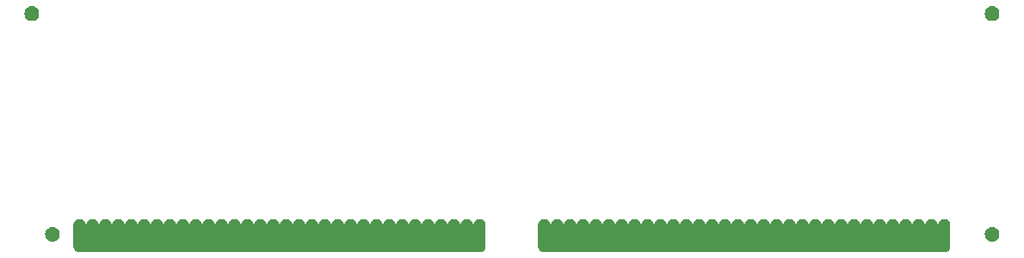
<source format=gbs>
G04 #@! TF.GenerationSoftware,KiCad,Pcbnew,7.0.10*
G04 #@! TF.CreationDate,2024-05-18T05:47:17-04:00*
G04 #@! TF.ProjectId,MacIIROMSIMM,4d616349-4952-44f4-9d53-494d4d2e6b69,1.0*
G04 #@! TF.SameCoordinates,Original*
G04 #@! TF.FileFunction,Soldermask,Bot*
G04 #@! TF.FilePolarity,Negative*
%FSLAX46Y46*%
G04 Gerber Fmt 4.6, Leading zero omitted, Abs format (unit mm)*
G04 Created by KiCad (PCBNEW 7.0.10) date 2024-05-18 05:47:17*
%MOMM*%
%LPD*%
G01*
G04 APERTURE LIST*
G04 APERTURE END LIST*
G36*
X78313629Y-124523234D02*
G01*
X78320243Y-124525700D01*
X78325007Y-124526273D01*
X78381387Y-124548506D01*
X78444720Y-124572128D01*
X78448540Y-124574987D01*
X78449829Y-124575496D01*
X78496789Y-124611107D01*
X78556725Y-124655975D01*
X78601611Y-124715935D01*
X78637203Y-124762870D01*
X78637711Y-124764158D01*
X78640572Y-124767980D01*
X78664200Y-124831330D01*
X78686426Y-124887691D01*
X78686998Y-124892454D01*
X78689466Y-124899071D01*
X78691738Y-124920205D01*
X78718561Y-124944000D01*
X78761439Y-124944000D01*
X78788261Y-124920205D01*
X78790534Y-124899071D01*
X78793000Y-124892457D01*
X78793573Y-124887691D01*
X78815817Y-124831283D01*
X78839428Y-124767980D01*
X78842286Y-124764161D01*
X78842796Y-124762870D01*
X78878465Y-124715832D01*
X78923275Y-124655975D01*
X78983132Y-124611165D01*
X79030170Y-124575496D01*
X79031461Y-124574986D01*
X79035280Y-124572128D01*
X79098594Y-124548513D01*
X79154992Y-124526273D01*
X79159757Y-124525700D01*
X79166371Y-124523234D01*
X79270860Y-124512000D01*
X79479140Y-124512000D01*
X79583629Y-124523234D01*
X79590243Y-124525700D01*
X79595007Y-124526273D01*
X79651387Y-124548506D01*
X79714720Y-124572128D01*
X79718540Y-124574987D01*
X79719829Y-124575496D01*
X79766789Y-124611107D01*
X79826725Y-124655975D01*
X79871611Y-124715935D01*
X79907203Y-124762870D01*
X79907711Y-124764158D01*
X79910572Y-124767980D01*
X79934200Y-124831330D01*
X79956426Y-124887691D01*
X79956998Y-124892454D01*
X79959466Y-124899071D01*
X79961738Y-124920205D01*
X79988561Y-124944000D01*
X80031439Y-124944000D01*
X80058261Y-124920205D01*
X80060534Y-124899071D01*
X80063000Y-124892457D01*
X80063573Y-124887691D01*
X80085817Y-124831283D01*
X80109428Y-124767980D01*
X80112286Y-124764161D01*
X80112796Y-124762870D01*
X80148465Y-124715832D01*
X80193275Y-124655975D01*
X80253132Y-124611165D01*
X80300170Y-124575496D01*
X80301461Y-124574986D01*
X80305280Y-124572128D01*
X80368594Y-124548513D01*
X80424992Y-124526273D01*
X80429757Y-124525700D01*
X80436371Y-124523234D01*
X80540860Y-124512000D01*
X80749140Y-124512000D01*
X80853629Y-124523234D01*
X80860243Y-124525700D01*
X80865007Y-124526273D01*
X80921387Y-124548506D01*
X80984720Y-124572128D01*
X80988540Y-124574987D01*
X80989829Y-124575496D01*
X81036789Y-124611107D01*
X81096725Y-124655975D01*
X81141611Y-124715935D01*
X81177203Y-124762870D01*
X81177711Y-124764158D01*
X81180572Y-124767980D01*
X81204200Y-124831330D01*
X81226426Y-124887691D01*
X81226998Y-124892454D01*
X81229466Y-124899071D01*
X81231738Y-124920205D01*
X81258561Y-124944000D01*
X81301439Y-124944000D01*
X81328261Y-124920205D01*
X81330534Y-124899071D01*
X81333000Y-124892457D01*
X81333573Y-124887691D01*
X81355817Y-124831283D01*
X81379428Y-124767980D01*
X81382286Y-124764161D01*
X81382796Y-124762870D01*
X81418465Y-124715832D01*
X81463275Y-124655975D01*
X81523132Y-124611165D01*
X81570170Y-124575496D01*
X81571461Y-124574986D01*
X81575280Y-124572128D01*
X81638594Y-124548513D01*
X81694992Y-124526273D01*
X81699757Y-124525700D01*
X81706371Y-124523234D01*
X81810860Y-124512000D01*
X82019140Y-124512000D01*
X82123629Y-124523234D01*
X82130243Y-124525700D01*
X82135007Y-124526273D01*
X82191387Y-124548506D01*
X82254720Y-124572128D01*
X82258540Y-124574987D01*
X82259829Y-124575496D01*
X82306789Y-124611107D01*
X82366725Y-124655975D01*
X82411611Y-124715935D01*
X82447203Y-124762870D01*
X82447711Y-124764158D01*
X82450572Y-124767980D01*
X82474200Y-124831330D01*
X82496426Y-124887691D01*
X82496998Y-124892454D01*
X82499466Y-124899071D01*
X82501738Y-124920205D01*
X82528561Y-124944000D01*
X82571439Y-124944000D01*
X82598261Y-124920205D01*
X82600534Y-124899071D01*
X82603000Y-124892457D01*
X82603573Y-124887691D01*
X82625817Y-124831283D01*
X82649428Y-124767980D01*
X82652286Y-124764161D01*
X82652796Y-124762870D01*
X82688465Y-124715832D01*
X82733275Y-124655975D01*
X82793132Y-124611165D01*
X82840170Y-124575496D01*
X82841461Y-124574986D01*
X82845280Y-124572128D01*
X82908594Y-124548513D01*
X82964992Y-124526273D01*
X82969757Y-124525700D01*
X82976371Y-124523234D01*
X83080860Y-124512000D01*
X83289140Y-124512000D01*
X83393629Y-124523234D01*
X83400243Y-124525700D01*
X83405007Y-124526273D01*
X83461387Y-124548506D01*
X83524720Y-124572128D01*
X83528540Y-124574987D01*
X83529829Y-124575496D01*
X83576789Y-124611107D01*
X83636725Y-124655975D01*
X83681611Y-124715935D01*
X83717203Y-124762870D01*
X83717711Y-124764158D01*
X83720572Y-124767980D01*
X83744200Y-124831330D01*
X83766426Y-124887691D01*
X83766998Y-124892454D01*
X83769466Y-124899071D01*
X83771738Y-124920205D01*
X83798561Y-124944000D01*
X83841439Y-124944000D01*
X83868261Y-124920205D01*
X83870534Y-124899071D01*
X83873000Y-124892457D01*
X83873573Y-124887691D01*
X83895817Y-124831283D01*
X83919428Y-124767980D01*
X83922286Y-124764161D01*
X83922796Y-124762870D01*
X83958465Y-124715832D01*
X84003275Y-124655975D01*
X84063132Y-124611165D01*
X84110170Y-124575496D01*
X84111461Y-124574986D01*
X84115280Y-124572128D01*
X84178594Y-124548513D01*
X84234992Y-124526273D01*
X84239757Y-124525700D01*
X84246371Y-124523234D01*
X84350860Y-124512000D01*
X84559140Y-124512000D01*
X84663629Y-124523234D01*
X84670243Y-124525700D01*
X84675007Y-124526273D01*
X84731387Y-124548506D01*
X84794720Y-124572128D01*
X84798540Y-124574987D01*
X84799829Y-124575496D01*
X84846789Y-124611107D01*
X84906725Y-124655975D01*
X84951611Y-124715935D01*
X84987203Y-124762870D01*
X84987711Y-124764158D01*
X84990572Y-124767980D01*
X85014200Y-124831330D01*
X85036426Y-124887691D01*
X85036998Y-124892454D01*
X85039466Y-124899071D01*
X85041738Y-124920205D01*
X85068561Y-124944000D01*
X85111439Y-124944000D01*
X85138261Y-124920205D01*
X85140534Y-124899071D01*
X85143000Y-124892457D01*
X85143573Y-124887691D01*
X85165817Y-124831283D01*
X85189428Y-124767980D01*
X85192286Y-124764161D01*
X85192796Y-124762870D01*
X85228465Y-124715832D01*
X85273275Y-124655975D01*
X85333132Y-124611165D01*
X85380170Y-124575496D01*
X85381461Y-124574986D01*
X85385280Y-124572128D01*
X85448594Y-124548513D01*
X85504992Y-124526273D01*
X85509757Y-124525700D01*
X85516371Y-124523234D01*
X85620860Y-124512000D01*
X85829140Y-124512000D01*
X85933629Y-124523234D01*
X85940243Y-124525700D01*
X85945007Y-124526273D01*
X86001387Y-124548506D01*
X86064720Y-124572128D01*
X86068540Y-124574987D01*
X86069829Y-124575496D01*
X86116789Y-124611107D01*
X86176725Y-124655975D01*
X86221611Y-124715935D01*
X86257203Y-124762870D01*
X86257711Y-124764158D01*
X86260572Y-124767980D01*
X86284200Y-124831330D01*
X86306426Y-124887691D01*
X86306998Y-124892454D01*
X86309466Y-124899071D01*
X86311738Y-124920205D01*
X86338561Y-124944000D01*
X86381439Y-124944000D01*
X86408261Y-124920205D01*
X86410534Y-124899071D01*
X86413000Y-124892457D01*
X86413573Y-124887691D01*
X86435817Y-124831283D01*
X86459428Y-124767980D01*
X86462286Y-124764161D01*
X86462796Y-124762870D01*
X86498465Y-124715832D01*
X86543275Y-124655975D01*
X86603132Y-124611165D01*
X86650170Y-124575496D01*
X86651461Y-124574986D01*
X86655280Y-124572128D01*
X86718594Y-124548513D01*
X86774992Y-124526273D01*
X86779757Y-124525700D01*
X86786371Y-124523234D01*
X86890860Y-124512000D01*
X87099140Y-124512000D01*
X87203629Y-124523234D01*
X87210243Y-124525700D01*
X87215007Y-124526273D01*
X87271387Y-124548506D01*
X87334720Y-124572128D01*
X87338540Y-124574987D01*
X87339829Y-124575496D01*
X87386789Y-124611107D01*
X87446725Y-124655975D01*
X87491611Y-124715935D01*
X87527203Y-124762870D01*
X87527711Y-124764158D01*
X87530572Y-124767980D01*
X87554200Y-124831330D01*
X87576426Y-124887691D01*
X87576998Y-124892454D01*
X87579466Y-124899071D01*
X87581738Y-124920205D01*
X87608561Y-124944000D01*
X87651439Y-124944000D01*
X87678261Y-124920205D01*
X87680534Y-124899071D01*
X87683000Y-124892457D01*
X87683573Y-124887691D01*
X87705817Y-124831283D01*
X87729428Y-124767980D01*
X87732286Y-124764161D01*
X87732796Y-124762870D01*
X87768465Y-124715832D01*
X87813275Y-124655975D01*
X87873132Y-124611165D01*
X87920170Y-124575496D01*
X87921461Y-124574986D01*
X87925280Y-124572128D01*
X87988594Y-124548513D01*
X88044992Y-124526273D01*
X88049757Y-124525700D01*
X88056371Y-124523234D01*
X88160860Y-124512000D01*
X88369140Y-124512000D01*
X88473629Y-124523234D01*
X88480243Y-124525700D01*
X88485007Y-124526273D01*
X88541387Y-124548506D01*
X88604720Y-124572128D01*
X88608540Y-124574987D01*
X88609829Y-124575496D01*
X88656789Y-124611107D01*
X88716725Y-124655975D01*
X88761611Y-124715935D01*
X88797203Y-124762870D01*
X88797711Y-124764158D01*
X88800572Y-124767980D01*
X88824200Y-124831330D01*
X88846426Y-124887691D01*
X88846998Y-124892454D01*
X88849466Y-124899071D01*
X88851738Y-124920205D01*
X88878561Y-124944000D01*
X88921439Y-124944000D01*
X88948261Y-124920205D01*
X88950534Y-124899071D01*
X88953000Y-124892457D01*
X88953573Y-124887691D01*
X88975817Y-124831283D01*
X88999428Y-124767980D01*
X89002286Y-124764161D01*
X89002796Y-124762870D01*
X89038465Y-124715832D01*
X89083275Y-124655975D01*
X89143132Y-124611165D01*
X89190170Y-124575496D01*
X89191461Y-124574986D01*
X89195280Y-124572128D01*
X89258594Y-124548513D01*
X89314992Y-124526273D01*
X89319757Y-124525700D01*
X89326371Y-124523234D01*
X89430860Y-124512000D01*
X89639140Y-124512000D01*
X89743629Y-124523234D01*
X89750243Y-124525700D01*
X89755007Y-124526273D01*
X89811387Y-124548506D01*
X89874720Y-124572128D01*
X89878540Y-124574987D01*
X89879829Y-124575496D01*
X89926789Y-124611107D01*
X89986725Y-124655975D01*
X90031611Y-124715935D01*
X90067203Y-124762870D01*
X90067711Y-124764158D01*
X90070572Y-124767980D01*
X90094200Y-124831330D01*
X90116426Y-124887691D01*
X90116998Y-124892454D01*
X90119466Y-124899071D01*
X90121738Y-124920205D01*
X90148561Y-124944000D01*
X90191439Y-124944000D01*
X90218261Y-124920205D01*
X90220534Y-124899071D01*
X90223000Y-124892457D01*
X90223573Y-124887691D01*
X90245817Y-124831283D01*
X90269428Y-124767980D01*
X90272286Y-124764161D01*
X90272796Y-124762870D01*
X90308465Y-124715832D01*
X90353275Y-124655975D01*
X90413132Y-124611165D01*
X90460170Y-124575496D01*
X90461461Y-124574986D01*
X90465280Y-124572128D01*
X90528594Y-124548513D01*
X90584992Y-124526273D01*
X90589757Y-124525700D01*
X90596371Y-124523234D01*
X90700860Y-124512000D01*
X90909140Y-124512000D01*
X91013629Y-124523234D01*
X91020243Y-124525700D01*
X91025007Y-124526273D01*
X91081387Y-124548506D01*
X91144720Y-124572128D01*
X91148540Y-124574987D01*
X91149829Y-124575496D01*
X91196789Y-124611107D01*
X91256725Y-124655975D01*
X91301611Y-124715935D01*
X91337203Y-124762870D01*
X91337711Y-124764158D01*
X91340572Y-124767980D01*
X91364200Y-124831330D01*
X91386426Y-124887691D01*
X91386998Y-124892454D01*
X91389466Y-124899071D01*
X91391738Y-124920205D01*
X91418561Y-124944000D01*
X91461439Y-124944000D01*
X91488261Y-124920205D01*
X91490534Y-124899071D01*
X91493000Y-124892457D01*
X91493573Y-124887691D01*
X91515817Y-124831283D01*
X91539428Y-124767980D01*
X91542286Y-124764161D01*
X91542796Y-124762870D01*
X91578465Y-124715832D01*
X91623275Y-124655975D01*
X91683132Y-124611165D01*
X91730170Y-124575496D01*
X91731461Y-124574986D01*
X91735280Y-124572128D01*
X91798594Y-124548513D01*
X91854992Y-124526273D01*
X91859757Y-124525700D01*
X91866371Y-124523234D01*
X91970860Y-124512000D01*
X92179140Y-124512000D01*
X92283629Y-124523234D01*
X92290243Y-124525700D01*
X92295007Y-124526273D01*
X92351387Y-124548506D01*
X92414720Y-124572128D01*
X92418540Y-124574987D01*
X92419829Y-124575496D01*
X92466789Y-124611107D01*
X92526725Y-124655975D01*
X92571611Y-124715935D01*
X92607203Y-124762870D01*
X92607711Y-124764158D01*
X92610572Y-124767980D01*
X92634200Y-124831330D01*
X92656426Y-124887691D01*
X92656998Y-124892454D01*
X92659466Y-124899071D01*
X92661738Y-124920205D01*
X92688561Y-124944000D01*
X92731439Y-124944000D01*
X92758261Y-124920205D01*
X92760534Y-124899071D01*
X92763000Y-124892457D01*
X92763573Y-124887691D01*
X92785817Y-124831283D01*
X92809428Y-124767980D01*
X92812286Y-124764161D01*
X92812796Y-124762870D01*
X92848465Y-124715832D01*
X92893275Y-124655975D01*
X92953132Y-124611165D01*
X93000170Y-124575496D01*
X93001461Y-124574986D01*
X93005280Y-124572128D01*
X93068594Y-124548513D01*
X93124992Y-124526273D01*
X93129757Y-124525700D01*
X93136371Y-124523234D01*
X93240860Y-124512000D01*
X93449140Y-124512000D01*
X93553629Y-124523234D01*
X93560243Y-124525700D01*
X93565007Y-124526273D01*
X93621387Y-124548506D01*
X93684720Y-124572128D01*
X93688540Y-124574987D01*
X93689829Y-124575496D01*
X93736789Y-124611107D01*
X93796725Y-124655975D01*
X93841611Y-124715935D01*
X93877203Y-124762870D01*
X93877711Y-124764158D01*
X93880572Y-124767980D01*
X93904200Y-124831330D01*
X93926426Y-124887691D01*
X93926998Y-124892454D01*
X93929466Y-124899071D01*
X93931738Y-124920205D01*
X93958561Y-124944000D01*
X94001439Y-124944000D01*
X94028261Y-124920205D01*
X94030534Y-124899071D01*
X94033000Y-124892457D01*
X94033573Y-124887691D01*
X94055817Y-124831283D01*
X94079428Y-124767980D01*
X94082286Y-124764161D01*
X94082796Y-124762870D01*
X94118465Y-124715832D01*
X94163275Y-124655975D01*
X94223132Y-124611165D01*
X94270170Y-124575496D01*
X94271461Y-124574986D01*
X94275280Y-124572128D01*
X94338594Y-124548513D01*
X94394992Y-124526273D01*
X94399757Y-124525700D01*
X94406371Y-124523234D01*
X94510860Y-124512000D01*
X94719140Y-124512000D01*
X94823629Y-124523234D01*
X94830243Y-124525700D01*
X94835007Y-124526273D01*
X94891387Y-124548506D01*
X94954720Y-124572128D01*
X94958540Y-124574987D01*
X94959829Y-124575496D01*
X95006789Y-124611107D01*
X95066725Y-124655975D01*
X95111611Y-124715935D01*
X95147203Y-124762870D01*
X95147711Y-124764158D01*
X95150572Y-124767980D01*
X95174200Y-124831330D01*
X95196426Y-124887691D01*
X95196998Y-124892454D01*
X95199466Y-124899071D01*
X95201738Y-124920205D01*
X95228561Y-124944000D01*
X95271439Y-124944000D01*
X95298261Y-124920205D01*
X95300534Y-124899071D01*
X95303000Y-124892457D01*
X95303573Y-124887691D01*
X95325817Y-124831283D01*
X95349428Y-124767980D01*
X95352286Y-124764161D01*
X95352796Y-124762870D01*
X95388465Y-124715832D01*
X95433275Y-124655975D01*
X95493132Y-124611165D01*
X95540170Y-124575496D01*
X95541461Y-124574986D01*
X95545280Y-124572128D01*
X95608594Y-124548513D01*
X95664992Y-124526273D01*
X95669757Y-124525700D01*
X95676371Y-124523234D01*
X95780860Y-124512000D01*
X95989140Y-124512000D01*
X96093629Y-124523234D01*
X96100243Y-124525700D01*
X96105007Y-124526273D01*
X96161387Y-124548506D01*
X96224720Y-124572128D01*
X96228540Y-124574987D01*
X96229829Y-124575496D01*
X96276789Y-124611107D01*
X96336725Y-124655975D01*
X96381611Y-124715935D01*
X96417203Y-124762870D01*
X96417711Y-124764158D01*
X96420572Y-124767980D01*
X96444200Y-124831330D01*
X96466426Y-124887691D01*
X96466998Y-124892454D01*
X96469466Y-124899071D01*
X96471738Y-124920205D01*
X96498561Y-124944000D01*
X96541439Y-124944000D01*
X96568261Y-124920205D01*
X96570534Y-124899071D01*
X96573000Y-124892457D01*
X96573573Y-124887691D01*
X96595817Y-124831283D01*
X96619428Y-124767980D01*
X96622286Y-124764161D01*
X96622796Y-124762870D01*
X96658465Y-124715832D01*
X96703275Y-124655975D01*
X96763132Y-124611165D01*
X96810170Y-124575496D01*
X96811461Y-124574986D01*
X96815280Y-124572128D01*
X96878594Y-124548513D01*
X96934992Y-124526273D01*
X96939757Y-124525700D01*
X96946371Y-124523234D01*
X97050860Y-124512000D01*
X97259140Y-124512000D01*
X97363629Y-124523234D01*
X97370243Y-124525700D01*
X97375007Y-124526273D01*
X97431387Y-124548506D01*
X97494720Y-124572128D01*
X97498540Y-124574987D01*
X97499829Y-124575496D01*
X97546789Y-124611107D01*
X97606725Y-124655975D01*
X97651611Y-124715935D01*
X97687203Y-124762870D01*
X97687711Y-124764158D01*
X97690572Y-124767980D01*
X97714200Y-124831330D01*
X97736426Y-124887691D01*
X97736998Y-124892454D01*
X97739466Y-124899071D01*
X97741738Y-124920205D01*
X97768561Y-124944000D01*
X97811439Y-124944000D01*
X97838261Y-124920205D01*
X97840534Y-124899071D01*
X97843000Y-124892457D01*
X97843573Y-124887691D01*
X97865817Y-124831283D01*
X97889428Y-124767980D01*
X97892286Y-124764161D01*
X97892796Y-124762870D01*
X97928465Y-124715832D01*
X97973275Y-124655975D01*
X98033132Y-124611165D01*
X98080170Y-124575496D01*
X98081461Y-124574986D01*
X98085280Y-124572128D01*
X98148594Y-124548513D01*
X98204992Y-124526273D01*
X98209757Y-124525700D01*
X98216371Y-124523234D01*
X98320860Y-124512000D01*
X98529140Y-124512000D01*
X98633629Y-124523234D01*
X98640243Y-124525700D01*
X98645007Y-124526273D01*
X98701387Y-124548506D01*
X98764720Y-124572128D01*
X98768540Y-124574987D01*
X98769829Y-124575496D01*
X98816789Y-124611107D01*
X98876725Y-124655975D01*
X98921611Y-124715935D01*
X98957203Y-124762870D01*
X98957711Y-124764158D01*
X98960572Y-124767980D01*
X98984200Y-124831330D01*
X99006426Y-124887691D01*
X99006998Y-124892454D01*
X99009466Y-124899071D01*
X99011738Y-124920205D01*
X99038561Y-124944000D01*
X99081439Y-124944000D01*
X99108261Y-124920205D01*
X99110534Y-124899071D01*
X99113000Y-124892457D01*
X99113573Y-124887691D01*
X99135817Y-124831283D01*
X99159428Y-124767980D01*
X99162286Y-124764161D01*
X99162796Y-124762870D01*
X99198465Y-124715832D01*
X99243275Y-124655975D01*
X99303132Y-124611165D01*
X99350170Y-124575496D01*
X99351461Y-124574986D01*
X99355280Y-124572128D01*
X99418594Y-124548513D01*
X99474992Y-124526273D01*
X99479757Y-124525700D01*
X99486371Y-124523234D01*
X99590860Y-124512000D01*
X99799140Y-124512000D01*
X99903629Y-124523234D01*
X99910243Y-124525700D01*
X99915007Y-124526273D01*
X99971387Y-124548506D01*
X100034720Y-124572128D01*
X100038540Y-124574987D01*
X100039829Y-124575496D01*
X100086789Y-124611107D01*
X100146725Y-124655975D01*
X100191611Y-124715935D01*
X100227203Y-124762870D01*
X100227711Y-124764158D01*
X100230572Y-124767980D01*
X100254200Y-124831330D01*
X100276426Y-124887691D01*
X100276998Y-124892454D01*
X100279466Y-124899071D01*
X100281738Y-124920205D01*
X100308561Y-124944000D01*
X100351439Y-124944000D01*
X100378261Y-124920205D01*
X100380534Y-124899071D01*
X100383000Y-124892457D01*
X100383573Y-124887691D01*
X100405817Y-124831283D01*
X100429428Y-124767980D01*
X100432286Y-124764161D01*
X100432796Y-124762870D01*
X100468465Y-124715832D01*
X100513275Y-124655975D01*
X100573132Y-124611165D01*
X100620170Y-124575496D01*
X100621461Y-124574986D01*
X100625280Y-124572128D01*
X100688594Y-124548513D01*
X100744992Y-124526273D01*
X100749757Y-124525700D01*
X100756371Y-124523234D01*
X100860860Y-124512000D01*
X101069140Y-124512000D01*
X101173629Y-124523234D01*
X101180243Y-124525700D01*
X101185007Y-124526273D01*
X101241387Y-124548506D01*
X101304720Y-124572128D01*
X101308540Y-124574987D01*
X101309829Y-124575496D01*
X101356789Y-124611107D01*
X101416725Y-124655975D01*
X101461611Y-124715935D01*
X101497203Y-124762870D01*
X101497711Y-124764158D01*
X101500572Y-124767980D01*
X101524200Y-124831330D01*
X101546426Y-124887691D01*
X101546998Y-124892454D01*
X101549466Y-124899071D01*
X101551738Y-124920205D01*
X101578561Y-124944000D01*
X101621439Y-124944000D01*
X101648261Y-124920205D01*
X101650534Y-124899071D01*
X101653000Y-124892457D01*
X101653573Y-124887691D01*
X101675817Y-124831283D01*
X101699428Y-124767980D01*
X101702286Y-124764161D01*
X101702796Y-124762870D01*
X101738465Y-124715832D01*
X101783275Y-124655975D01*
X101843132Y-124611165D01*
X101890170Y-124575496D01*
X101891461Y-124574986D01*
X101895280Y-124572128D01*
X101958594Y-124548513D01*
X102014992Y-124526273D01*
X102019757Y-124525700D01*
X102026371Y-124523234D01*
X102130860Y-124512000D01*
X102339140Y-124512000D01*
X102443629Y-124523234D01*
X102450243Y-124525700D01*
X102455007Y-124526273D01*
X102511387Y-124548506D01*
X102574720Y-124572128D01*
X102578540Y-124574987D01*
X102579829Y-124575496D01*
X102626789Y-124611107D01*
X102686725Y-124655975D01*
X102731611Y-124715935D01*
X102767203Y-124762870D01*
X102767711Y-124764158D01*
X102770572Y-124767980D01*
X102794200Y-124831330D01*
X102816426Y-124887691D01*
X102816998Y-124892454D01*
X102819466Y-124899071D01*
X102821738Y-124920205D01*
X102848561Y-124944000D01*
X102891439Y-124944000D01*
X102918261Y-124920205D01*
X102920534Y-124899071D01*
X102923000Y-124892457D01*
X102923573Y-124887691D01*
X102945817Y-124831283D01*
X102969428Y-124767980D01*
X102972286Y-124764161D01*
X102972796Y-124762870D01*
X103008465Y-124715832D01*
X103053275Y-124655975D01*
X103113132Y-124611165D01*
X103160170Y-124575496D01*
X103161461Y-124574986D01*
X103165280Y-124572128D01*
X103228594Y-124548513D01*
X103284992Y-124526273D01*
X103289757Y-124525700D01*
X103296371Y-124523234D01*
X103400860Y-124512000D01*
X103609140Y-124512000D01*
X103713629Y-124523234D01*
X103720243Y-124525700D01*
X103725007Y-124526273D01*
X103781387Y-124548506D01*
X103844720Y-124572128D01*
X103848540Y-124574987D01*
X103849829Y-124575496D01*
X103896789Y-124611107D01*
X103956725Y-124655975D01*
X104001611Y-124715935D01*
X104037203Y-124762870D01*
X104037711Y-124764158D01*
X104040572Y-124767980D01*
X104064200Y-124831330D01*
X104086426Y-124887691D01*
X104086998Y-124892454D01*
X104089466Y-124899071D01*
X104091738Y-124920205D01*
X104118561Y-124944000D01*
X104161439Y-124944000D01*
X104188261Y-124920205D01*
X104190534Y-124899071D01*
X104193000Y-124892457D01*
X104193573Y-124887691D01*
X104215817Y-124831283D01*
X104239428Y-124767980D01*
X104242286Y-124764161D01*
X104242796Y-124762870D01*
X104278465Y-124715832D01*
X104323275Y-124655975D01*
X104383132Y-124611165D01*
X104430170Y-124575496D01*
X104431461Y-124574986D01*
X104435280Y-124572128D01*
X104498594Y-124548513D01*
X104554992Y-124526273D01*
X104559757Y-124525700D01*
X104566371Y-124523234D01*
X104670860Y-124512000D01*
X104879140Y-124512000D01*
X104983629Y-124523234D01*
X104990243Y-124525700D01*
X104995007Y-124526273D01*
X105051387Y-124548506D01*
X105114720Y-124572128D01*
X105118540Y-124574987D01*
X105119829Y-124575496D01*
X105166789Y-124611107D01*
X105226725Y-124655975D01*
X105271611Y-124715935D01*
X105307203Y-124762870D01*
X105307711Y-124764158D01*
X105310572Y-124767980D01*
X105334200Y-124831330D01*
X105356426Y-124887691D01*
X105356998Y-124892454D01*
X105359466Y-124899071D01*
X105361738Y-124920205D01*
X105388561Y-124944000D01*
X105431439Y-124944000D01*
X105458261Y-124920205D01*
X105460534Y-124899071D01*
X105463000Y-124892457D01*
X105463573Y-124887691D01*
X105485817Y-124831283D01*
X105509428Y-124767980D01*
X105512286Y-124764161D01*
X105512796Y-124762870D01*
X105548465Y-124715832D01*
X105593275Y-124655975D01*
X105653132Y-124611165D01*
X105700170Y-124575496D01*
X105701461Y-124574986D01*
X105705280Y-124572128D01*
X105768594Y-124548513D01*
X105824992Y-124526273D01*
X105829757Y-124525700D01*
X105836371Y-124523234D01*
X105940860Y-124512000D01*
X106149140Y-124512000D01*
X106253629Y-124523234D01*
X106260243Y-124525700D01*
X106265007Y-124526273D01*
X106321387Y-124548506D01*
X106384720Y-124572128D01*
X106388540Y-124574987D01*
X106389829Y-124575496D01*
X106436789Y-124611107D01*
X106496725Y-124655975D01*
X106541611Y-124715935D01*
X106577203Y-124762870D01*
X106577711Y-124764158D01*
X106580572Y-124767980D01*
X106604200Y-124831330D01*
X106626426Y-124887691D01*
X106626998Y-124892454D01*
X106629466Y-124899071D01*
X106631738Y-124920205D01*
X106658561Y-124944000D01*
X106701439Y-124944000D01*
X106728261Y-124920205D01*
X106730534Y-124899071D01*
X106733000Y-124892457D01*
X106733573Y-124887691D01*
X106755817Y-124831283D01*
X106779428Y-124767980D01*
X106782286Y-124764161D01*
X106782796Y-124762870D01*
X106818465Y-124715832D01*
X106863275Y-124655975D01*
X106923132Y-124611165D01*
X106970170Y-124575496D01*
X106971461Y-124574986D01*
X106975280Y-124572128D01*
X107038594Y-124548513D01*
X107094992Y-124526273D01*
X107099757Y-124525700D01*
X107106371Y-124523234D01*
X107210860Y-124512000D01*
X107419140Y-124512000D01*
X107523629Y-124523234D01*
X107530243Y-124525700D01*
X107535007Y-124526273D01*
X107591387Y-124548506D01*
X107654720Y-124572128D01*
X107658540Y-124574987D01*
X107659829Y-124575496D01*
X107706789Y-124611107D01*
X107766725Y-124655975D01*
X107811611Y-124715935D01*
X107847203Y-124762870D01*
X107847711Y-124764158D01*
X107850572Y-124767980D01*
X107874200Y-124831330D01*
X107896426Y-124887691D01*
X107896998Y-124892454D01*
X107899466Y-124899071D01*
X107901738Y-124920205D01*
X107928561Y-124944000D01*
X107971439Y-124944000D01*
X107998261Y-124920205D01*
X108000534Y-124899071D01*
X108003000Y-124892457D01*
X108003573Y-124887691D01*
X108025817Y-124831283D01*
X108049428Y-124767980D01*
X108052286Y-124764161D01*
X108052796Y-124762870D01*
X108088465Y-124715832D01*
X108133275Y-124655975D01*
X108193132Y-124611165D01*
X108240170Y-124575496D01*
X108241461Y-124574986D01*
X108245280Y-124572128D01*
X108308594Y-124548513D01*
X108364992Y-124526273D01*
X108369757Y-124525700D01*
X108376371Y-124523234D01*
X108480860Y-124512000D01*
X108689140Y-124512000D01*
X108793629Y-124523234D01*
X108800243Y-124525700D01*
X108805007Y-124526273D01*
X108861387Y-124548506D01*
X108924720Y-124572128D01*
X108928540Y-124574987D01*
X108929829Y-124575496D01*
X108976789Y-124611107D01*
X109036725Y-124655975D01*
X109081611Y-124715935D01*
X109117203Y-124762870D01*
X109117711Y-124764158D01*
X109120572Y-124767980D01*
X109144200Y-124831330D01*
X109166426Y-124887691D01*
X109166998Y-124892454D01*
X109169466Y-124899071D01*
X109171738Y-124920205D01*
X109198561Y-124944000D01*
X109241439Y-124944000D01*
X109268261Y-124920205D01*
X109270534Y-124899071D01*
X109273000Y-124892457D01*
X109273573Y-124887691D01*
X109295817Y-124831283D01*
X109319428Y-124767980D01*
X109322286Y-124764161D01*
X109322796Y-124762870D01*
X109358465Y-124715832D01*
X109403275Y-124655975D01*
X109463132Y-124611165D01*
X109510170Y-124575496D01*
X109511461Y-124574986D01*
X109515280Y-124572128D01*
X109578594Y-124548513D01*
X109634992Y-124526273D01*
X109639757Y-124525700D01*
X109646371Y-124523234D01*
X109750860Y-124512000D01*
X109959140Y-124512000D01*
X110063629Y-124523234D01*
X110070243Y-124525700D01*
X110075007Y-124526273D01*
X110131387Y-124548506D01*
X110194720Y-124572128D01*
X110198540Y-124574987D01*
X110199829Y-124575496D01*
X110246789Y-124611107D01*
X110306725Y-124655975D01*
X110351611Y-124715935D01*
X110387203Y-124762870D01*
X110387711Y-124764158D01*
X110390572Y-124767980D01*
X110414200Y-124831330D01*
X110436426Y-124887691D01*
X110436998Y-124892454D01*
X110439466Y-124899071D01*
X110441738Y-124920205D01*
X110468561Y-124944000D01*
X110511439Y-124944000D01*
X110538261Y-124920205D01*
X110540534Y-124899071D01*
X110543000Y-124892457D01*
X110543573Y-124887691D01*
X110565817Y-124831283D01*
X110589428Y-124767980D01*
X110592286Y-124764161D01*
X110592796Y-124762870D01*
X110628465Y-124715832D01*
X110673275Y-124655975D01*
X110733132Y-124611165D01*
X110780170Y-124575496D01*
X110781461Y-124574986D01*
X110785280Y-124572128D01*
X110848594Y-124548513D01*
X110904992Y-124526273D01*
X110909757Y-124525700D01*
X110916371Y-124523234D01*
X111020860Y-124512000D01*
X111229140Y-124512000D01*
X111333629Y-124523234D01*
X111340243Y-124525700D01*
X111345007Y-124526273D01*
X111401387Y-124548506D01*
X111464720Y-124572128D01*
X111468540Y-124574987D01*
X111469829Y-124575496D01*
X111516789Y-124611107D01*
X111576725Y-124655975D01*
X111621611Y-124715935D01*
X111657203Y-124762870D01*
X111657711Y-124764158D01*
X111660572Y-124767980D01*
X111684200Y-124831330D01*
X111706426Y-124887691D01*
X111706998Y-124892454D01*
X111709466Y-124899071D01*
X111711738Y-124920205D01*
X111738561Y-124944000D01*
X111781439Y-124944000D01*
X111808261Y-124920205D01*
X111810534Y-124899071D01*
X111813000Y-124892457D01*
X111813573Y-124887691D01*
X111835817Y-124831283D01*
X111859428Y-124767980D01*
X111862286Y-124764161D01*
X111862796Y-124762870D01*
X111898465Y-124715832D01*
X111943275Y-124655975D01*
X112003132Y-124611165D01*
X112050170Y-124575496D01*
X112051461Y-124574986D01*
X112055280Y-124572128D01*
X112118594Y-124548513D01*
X112174992Y-124526273D01*
X112179757Y-124525700D01*
X112186371Y-124523234D01*
X112290860Y-124512000D01*
X112499140Y-124512000D01*
X112603629Y-124523234D01*
X112610243Y-124525700D01*
X112615007Y-124526273D01*
X112671387Y-124548506D01*
X112734720Y-124572128D01*
X112738540Y-124574987D01*
X112739829Y-124575496D01*
X112786789Y-124611107D01*
X112846725Y-124655975D01*
X112891611Y-124715935D01*
X112927203Y-124762870D01*
X112927711Y-124764158D01*
X112930572Y-124767980D01*
X112954200Y-124831330D01*
X112976426Y-124887691D01*
X112976998Y-124892454D01*
X112979466Y-124899071D01*
X112981738Y-124920205D01*
X113008561Y-124944000D01*
X113051439Y-124944000D01*
X113078261Y-124920205D01*
X113080534Y-124899071D01*
X113083000Y-124892457D01*
X113083573Y-124887691D01*
X113105817Y-124831283D01*
X113129428Y-124767980D01*
X113132286Y-124764161D01*
X113132796Y-124762870D01*
X113168465Y-124715832D01*
X113213275Y-124655975D01*
X113273132Y-124611165D01*
X113320170Y-124575496D01*
X113321461Y-124574986D01*
X113325280Y-124572128D01*
X113388594Y-124548513D01*
X113444992Y-124526273D01*
X113449757Y-124525700D01*
X113456371Y-124523234D01*
X113560860Y-124512000D01*
X113769140Y-124512000D01*
X113873629Y-124523234D01*
X113880243Y-124525700D01*
X113885007Y-124526273D01*
X113941387Y-124548506D01*
X114004720Y-124572128D01*
X114008540Y-124574987D01*
X114009829Y-124575496D01*
X114056789Y-124611107D01*
X114116725Y-124655975D01*
X114161611Y-124715935D01*
X114197203Y-124762870D01*
X114197711Y-124764158D01*
X114200572Y-124767980D01*
X114224200Y-124831330D01*
X114246426Y-124887691D01*
X114246998Y-124892454D01*
X114249466Y-124899071D01*
X114251738Y-124920205D01*
X114278561Y-124944000D01*
X114321439Y-124944000D01*
X114348261Y-124920205D01*
X114350534Y-124899071D01*
X114353000Y-124892457D01*
X114353573Y-124887691D01*
X114375817Y-124831283D01*
X114399428Y-124767980D01*
X114402286Y-124764161D01*
X114402796Y-124762870D01*
X114438465Y-124715832D01*
X114483275Y-124655975D01*
X114543132Y-124611165D01*
X114590170Y-124575496D01*
X114591461Y-124574986D01*
X114595280Y-124572128D01*
X114658594Y-124548513D01*
X114714992Y-124526273D01*
X114719757Y-124525700D01*
X114726371Y-124523234D01*
X114830860Y-124512000D01*
X115039140Y-124512000D01*
X115143629Y-124523234D01*
X115150243Y-124525700D01*
X115155007Y-124526273D01*
X115211387Y-124548506D01*
X115274720Y-124572128D01*
X115278540Y-124574987D01*
X115279829Y-124575496D01*
X115326789Y-124611107D01*
X115386725Y-124655975D01*
X115431611Y-124715935D01*
X115467203Y-124762870D01*
X115467711Y-124764158D01*
X115470572Y-124767980D01*
X115494200Y-124831330D01*
X115516426Y-124887691D01*
X115516998Y-124892454D01*
X115519466Y-124899071D01*
X115521738Y-124920205D01*
X115548561Y-124944000D01*
X115591439Y-124944000D01*
X115618261Y-124920205D01*
X115620534Y-124899071D01*
X115623000Y-124892457D01*
X115623573Y-124887691D01*
X115645817Y-124831283D01*
X115669428Y-124767980D01*
X115672286Y-124764161D01*
X115672796Y-124762870D01*
X115708465Y-124715832D01*
X115753275Y-124655975D01*
X115813132Y-124611165D01*
X115860170Y-124575496D01*
X115861461Y-124574986D01*
X115865280Y-124572128D01*
X115928594Y-124548513D01*
X115984992Y-124526273D01*
X115989757Y-124525700D01*
X115996371Y-124523234D01*
X116100860Y-124512000D01*
X116309140Y-124512000D01*
X116413629Y-124523234D01*
X116420243Y-124525700D01*
X116425007Y-124526273D01*
X116481387Y-124548506D01*
X116544720Y-124572128D01*
X116548540Y-124574987D01*
X116549829Y-124575496D01*
X116596789Y-124611107D01*
X116656725Y-124655975D01*
X116701611Y-124715935D01*
X116737203Y-124762870D01*
X116737711Y-124764158D01*
X116740572Y-124767980D01*
X116764200Y-124831330D01*
X116786426Y-124887691D01*
X116786998Y-124892454D01*
X116789466Y-124899071D01*
X116791738Y-124920205D01*
X116818561Y-124944000D01*
X116861439Y-124944000D01*
X116888261Y-124920205D01*
X116890534Y-124899071D01*
X116893000Y-124892457D01*
X116893573Y-124887691D01*
X116915817Y-124831283D01*
X116939428Y-124767980D01*
X116942286Y-124764161D01*
X116942796Y-124762870D01*
X116978465Y-124715832D01*
X117023275Y-124655975D01*
X117083132Y-124611165D01*
X117130170Y-124575496D01*
X117131461Y-124574986D01*
X117135280Y-124572128D01*
X117198594Y-124548513D01*
X117254992Y-124526273D01*
X117259757Y-124525700D01*
X117266371Y-124523234D01*
X117370860Y-124512000D01*
X117579140Y-124512000D01*
X117683629Y-124523234D01*
X117690243Y-124525700D01*
X117695007Y-124526273D01*
X117751387Y-124548506D01*
X117814720Y-124572128D01*
X117818540Y-124574987D01*
X117819829Y-124575496D01*
X117866789Y-124611107D01*
X117926725Y-124655975D01*
X117971611Y-124715935D01*
X118007203Y-124762870D01*
X118007710Y-124764158D01*
X118010572Y-124767980D01*
X118034204Y-124831340D01*
X118056426Y-124887692D01*
X118056997Y-124892453D01*
X118059466Y-124899071D01*
X118070700Y-125003560D01*
X118070700Y-127218440D01*
X118059466Y-127322929D01*
X118056997Y-127329547D01*
X118056426Y-127334307D01*
X118034211Y-127390640D01*
X118010572Y-127454020D01*
X118007710Y-127457842D01*
X118007203Y-127459129D01*
X117971669Y-127505986D01*
X117926725Y-127566025D01*
X117866686Y-127610969D01*
X117819829Y-127646503D01*
X117818542Y-127647010D01*
X117814720Y-127649872D01*
X117751340Y-127673511D01*
X117695007Y-127695726D01*
X117690247Y-127696297D01*
X117683629Y-127698766D01*
X117579140Y-127710000D01*
X117519691Y-127710000D01*
X117508965Y-127713275D01*
X117503428Y-127717753D01*
X117488773Y-127717486D01*
X117475000Y-127722500D01*
X117468417Y-127722500D01*
X78111583Y-127722500D01*
X78105000Y-127722500D01*
X78075073Y-127717223D01*
X78069987Y-127712955D01*
X78060307Y-127710000D01*
X78000860Y-127710000D01*
X77896371Y-127698766D01*
X77889753Y-127696297D01*
X77884992Y-127695726D01*
X77828640Y-127673504D01*
X77765280Y-127649872D01*
X77761458Y-127647010D01*
X77760170Y-127646503D01*
X77713235Y-127610911D01*
X77653275Y-127566025D01*
X77608407Y-127506089D01*
X77572796Y-127459129D01*
X77572287Y-127457840D01*
X77569428Y-127454020D01*
X77545806Y-127390687D01*
X77523573Y-127334307D01*
X77523000Y-127329543D01*
X77520534Y-127322929D01*
X77509300Y-127218440D01*
X77509300Y-125003560D01*
X77520534Y-124899071D01*
X77523000Y-124892457D01*
X77523573Y-124887692D01*
X77545813Y-124831294D01*
X77569428Y-124767980D01*
X77572286Y-124764161D01*
X77572796Y-124762870D01*
X77608465Y-124715832D01*
X77653275Y-124655975D01*
X77713132Y-124611165D01*
X77760170Y-124575496D01*
X77761461Y-124574986D01*
X77765280Y-124572128D01*
X77828594Y-124548513D01*
X77884992Y-124526273D01*
X77889757Y-124525700D01*
X77896371Y-124523234D01*
X78000860Y-124512000D01*
X78209140Y-124512000D01*
X78313629Y-124523234D01*
G37*
G36*
X124033629Y-124523234D02*
G01*
X124040243Y-124525700D01*
X124045007Y-124526273D01*
X124101387Y-124548506D01*
X124164720Y-124572128D01*
X124168540Y-124574987D01*
X124169829Y-124575496D01*
X124216789Y-124611107D01*
X124276725Y-124655975D01*
X124321611Y-124715935D01*
X124357203Y-124762870D01*
X124357711Y-124764158D01*
X124360572Y-124767980D01*
X124384200Y-124831330D01*
X124406426Y-124887691D01*
X124406998Y-124892454D01*
X124409466Y-124899071D01*
X124411738Y-124920205D01*
X124438561Y-124944000D01*
X124481439Y-124944000D01*
X124508261Y-124920205D01*
X124510534Y-124899071D01*
X124513000Y-124892457D01*
X124513573Y-124887691D01*
X124535817Y-124831283D01*
X124559428Y-124767980D01*
X124562286Y-124764161D01*
X124562796Y-124762870D01*
X124598465Y-124715832D01*
X124643275Y-124655975D01*
X124703132Y-124611165D01*
X124750170Y-124575496D01*
X124751461Y-124574986D01*
X124755280Y-124572128D01*
X124818594Y-124548513D01*
X124874992Y-124526273D01*
X124879757Y-124525700D01*
X124886371Y-124523234D01*
X124990860Y-124512000D01*
X125199140Y-124512000D01*
X125303629Y-124523234D01*
X125310243Y-124525700D01*
X125315007Y-124526273D01*
X125371387Y-124548506D01*
X125434720Y-124572128D01*
X125438540Y-124574987D01*
X125439829Y-124575496D01*
X125486789Y-124611107D01*
X125546725Y-124655975D01*
X125591611Y-124715935D01*
X125627203Y-124762870D01*
X125627711Y-124764158D01*
X125630572Y-124767980D01*
X125654200Y-124831330D01*
X125676426Y-124887691D01*
X125676998Y-124892454D01*
X125679466Y-124899071D01*
X125681738Y-124920205D01*
X125708561Y-124944000D01*
X125751439Y-124944000D01*
X125778261Y-124920205D01*
X125780534Y-124899071D01*
X125783000Y-124892457D01*
X125783573Y-124887691D01*
X125805817Y-124831283D01*
X125829428Y-124767980D01*
X125832286Y-124764161D01*
X125832796Y-124762870D01*
X125868465Y-124715832D01*
X125913275Y-124655975D01*
X125973132Y-124611165D01*
X126020170Y-124575496D01*
X126021461Y-124574986D01*
X126025280Y-124572128D01*
X126088594Y-124548513D01*
X126144992Y-124526273D01*
X126149757Y-124525700D01*
X126156371Y-124523234D01*
X126260860Y-124512000D01*
X126469140Y-124512000D01*
X126573629Y-124523234D01*
X126580243Y-124525700D01*
X126585007Y-124526273D01*
X126641387Y-124548506D01*
X126704720Y-124572128D01*
X126708540Y-124574987D01*
X126709829Y-124575496D01*
X126756789Y-124611107D01*
X126816725Y-124655975D01*
X126861611Y-124715935D01*
X126897203Y-124762870D01*
X126897711Y-124764158D01*
X126900572Y-124767980D01*
X126924200Y-124831330D01*
X126946426Y-124887691D01*
X126946998Y-124892454D01*
X126949466Y-124899071D01*
X126951738Y-124920205D01*
X126978561Y-124944000D01*
X127021439Y-124944000D01*
X127048261Y-124920205D01*
X127050534Y-124899071D01*
X127053000Y-124892457D01*
X127053573Y-124887691D01*
X127075817Y-124831283D01*
X127099428Y-124767980D01*
X127102286Y-124764161D01*
X127102796Y-124762870D01*
X127138465Y-124715832D01*
X127183275Y-124655975D01*
X127243132Y-124611165D01*
X127290170Y-124575496D01*
X127291461Y-124574986D01*
X127295280Y-124572128D01*
X127358594Y-124548513D01*
X127414992Y-124526273D01*
X127419757Y-124525700D01*
X127426371Y-124523234D01*
X127530860Y-124512000D01*
X127739140Y-124512000D01*
X127843629Y-124523234D01*
X127850243Y-124525700D01*
X127855007Y-124526273D01*
X127911387Y-124548506D01*
X127974720Y-124572128D01*
X127978540Y-124574987D01*
X127979829Y-124575496D01*
X128026789Y-124611107D01*
X128086725Y-124655975D01*
X128131611Y-124715935D01*
X128167203Y-124762870D01*
X128167711Y-124764158D01*
X128170572Y-124767980D01*
X128194200Y-124831330D01*
X128216426Y-124887691D01*
X128216998Y-124892454D01*
X128219466Y-124899071D01*
X128221738Y-124920205D01*
X128248561Y-124944000D01*
X128291439Y-124944000D01*
X128318261Y-124920205D01*
X128320534Y-124899071D01*
X128323000Y-124892457D01*
X128323573Y-124887691D01*
X128345817Y-124831283D01*
X128369428Y-124767980D01*
X128372286Y-124764161D01*
X128372796Y-124762870D01*
X128408465Y-124715832D01*
X128453275Y-124655975D01*
X128513132Y-124611165D01*
X128560170Y-124575496D01*
X128561461Y-124574986D01*
X128565280Y-124572128D01*
X128628594Y-124548513D01*
X128684992Y-124526273D01*
X128689757Y-124525700D01*
X128696371Y-124523234D01*
X128800860Y-124512000D01*
X129009140Y-124512000D01*
X129113629Y-124523234D01*
X129120243Y-124525700D01*
X129125007Y-124526273D01*
X129181387Y-124548506D01*
X129244720Y-124572128D01*
X129248540Y-124574987D01*
X129249829Y-124575496D01*
X129296789Y-124611107D01*
X129356725Y-124655975D01*
X129401611Y-124715935D01*
X129437203Y-124762870D01*
X129437711Y-124764158D01*
X129440572Y-124767980D01*
X129464200Y-124831330D01*
X129486426Y-124887691D01*
X129486998Y-124892454D01*
X129489466Y-124899071D01*
X129491738Y-124920205D01*
X129518561Y-124944000D01*
X129561439Y-124944000D01*
X129588261Y-124920205D01*
X129590534Y-124899071D01*
X129593000Y-124892457D01*
X129593573Y-124887691D01*
X129615817Y-124831283D01*
X129639428Y-124767980D01*
X129642286Y-124764161D01*
X129642796Y-124762870D01*
X129678465Y-124715832D01*
X129723275Y-124655975D01*
X129783132Y-124611165D01*
X129830170Y-124575496D01*
X129831461Y-124574986D01*
X129835280Y-124572128D01*
X129898594Y-124548513D01*
X129954992Y-124526273D01*
X129959757Y-124525700D01*
X129966371Y-124523234D01*
X130070860Y-124512000D01*
X130279140Y-124512000D01*
X130383629Y-124523234D01*
X130390243Y-124525700D01*
X130395007Y-124526273D01*
X130451387Y-124548506D01*
X130514720Y-124572128D01*
X130518540Y-124574987D01*
X130519829Y-124575496D01*
X130566789Y-124611107D01*
X130626725Y-124655975D01*
X130671611Y-124715935D01*
X130707203Y-124762870D01*
X130707711Y-124764158D01*
X130710572Y-124767980D01*
X130734200Y-124831330D01*
X130756426Y-124887691D01*
X130756998Y-124892454D01*
X130759466Y-124899071D01*
X130761738Y-124920205D01*
X130788561Y-124944000D01*
X130831439Y-124944000D01*
X130858261Y-124920205D01*
X130860534Y-124899071D01*
X130863000Y-124892457D01*
X130863573Y-124887691D01*
X130885817Y-124831283D01*
X130909428Y-124767980D01*
X130912286Y-124764161D01*
X130912796Y-124762870D01*
X130948465Y-124715832D01*
X130993275Y-124655975D01*
X131053132Y-124611165D01*
X131100170Y-124575496D01*
X131101461Y-124574986D01*
X131105280Y-124572128D01*
X131168594Y-124548513D01*
X131224992Y-124526273D01*
X131229757Y-124525700D01*
X131236371Y-124523234D01*
X131340860Y-124512000D01*
X131549140Y-124512000D01*
X131653629Y-124523234D01*
X131660243Y-124525700D01*
X131665007Y-124526273D01*
X131721387Y-124548506D01*
X131784720Y-124572128D01*
X131788540Y-124574987D01*
X131789829Y-124575496D01*
X131836789Y-124611107D01*
X131896725Y-124655975D01*
X131941611Y-124715935D01*
X131977203Y-124762870D01*
X131977711Y-124764158D01*
X131980572Y-124767980D01*
X132004200Y-124831330D01*
X132026426Y-124887691D01*
X132026998Y-124892454D01*
X132029466Y-124899071D01*
X132031738Y-124920205D01*
X132058561Y-124944000D01*
X132101439Y-124944000D01*
X132128261Y-124920205D01*
X132130534Y-124899071D01*
X132133000Y-124892457D01*
X132133573Y-124887691D01*
X132155817Y-124831283D01*
X132179428Y-124767980D01*
X132182286Y-124764161D01*
X132182796Y-124762870D01*
X132218465Y-124715832D01*
X132263275Y-124655975D01*
X132323132Y-124611165D01*
X132370170Y-124575496D01*
X132371461Y-124574986D01*
X132375280Y-124572128D01*
X132438594Y-124548513D01*
X132494992Y-124526273D01*
X132499757Y-124525700D01*
X132506371Y-124523234D01*
X132610860Y-124512000D01*
X132819140Y-124512000D01*
X132923629Y-124523234D01*
X132930243Y-124525700D01*
X132935007Y-124526273D01*
X132991387Y-124548506D01*
X133054720Y-124572128D01*
X133058540Y-124574987D01*
X133059829Y-124575496D01*
X133106789Y-124611107D01*
X133166725Y-124655975D01*
X133211611Y-124715935D01*
X133247203Y-124762870D01*
X133247711Y-124764158D01*
X133250572Y-124767980D01*
X133274200Y-124831330D01*
X133296426Y-124887691D01*
X133296998Y-124892454D01*
X133299466Y-124899071D01*
X133301738Y-124920205D01*
X133328561Y-124944000D01*
X133371439Y-124944000D01*
X133398261Y-124920205D01*
X133400534Y-124899071D01*
X133403000Y-124892457D01*
X133403573Y-124887691D01*
X133425817Y-124831283D01*
X133449428Y-124767980D01*
X133452286Y-124764161D01*
X133452796Y-124762870D01*
X133488465Y-124715832D01*
X133533275Y-124655975D01*
X133593132Y-124611165D01*
X133640170Y-124575496D01*
X133641461Y-124574986D01*
X133645280Y-124572128D01*
X133708594Y-124548513D01*
X133764992Y-124526273D01*
X133769757Y-124525700D01*
X133776371Y-124523234D01*
X133880860Y-124512000D01*
X134089140Y-124512000D01*
X134193629Y-124523234D01*
X134200243Y-124525700D01*
X134205007Y-124526273D01*
X134261387Y-124548506D01*
X134324720Y-124572128D01*
X134328540Y-124574987D01*
X134329829Y-124575496D01*
X134376789Y-124611107D01*
X134436725Y-124655975D01*
X134481611Y-124715935D01*
X134517203Y-124762870D01*
X134517711Y-124764158D01*
X134520572Y-124767980D01*
X134544200Y-124831330D01*
X134566426Y-124887691D01*
X134566998Y-124892454D01*
X134569466Y-124899071D01*
X134571738Y-124920205D01*
X134598561Y-124944000D01*
X134641439Y-124944000D01*
X134668261Y-124920205D01*
X134670534Y-124899071D01*
X134673000Y-124892457D01*
X134673573Y-124887691D01*
X134695817Y-124831283D01*
X134719428Y-124767980D01*
X134722286Y-124764161D01*
X134722796Y-124762870D01*
X134758465Y-124715832D01*
X134803275Y-124655975D01*
X134863132Y-124611165D01*
X134910170Y-124575496D01*
X134911461Y-124574986D01*
X134915280Y-124572128D01*
X134978594Y-124548513D01*
X135034992Y-124526273D01*
X135039757Y-124525700D01*
X135046371Y-124523234D01*
X135150860Y-124512000D01*
X135359140Y-124512000D01*
X135463629Y-124523234D01*
X135470243Y-124525700D01*
X135475007Y-124526273D01*
X135531387Y-124548506D01*
X135594720Y-124572128D01*
X135598540Y-124574987D01*
X135599829Y-124575496D01*
X135646789Y-124611107D01*
X135706725Y-124655975D01*
X135751611Y-124715935D01*
X135787203Y-124762870D01*
X135787711Y-124764158D01*
X135790572Y-124767980D01*
X135814200Y-124831330D01*
X135836426Y-124887691D01*
X135836998Y-124892454D01*
X135839466Y-124899071D01*
X135841738Y-124920205D01*
X135868561Y-124944000D01*
X135911439Y-124944000D01*
X135938261Y-124920205D01*
X135940534Y-124899071D01*
X135943000Y-124892457D01*
X135943573Y-124887691D01*
X135965817Y-124831283D01*
X135989428Y-124767980D01*
X135992286Y-124764161D01*
X135992796Y-124762870D01*
X136028465Y-124715832D01*
X136073275Y-124655975D01*
X136133132Y-124611165D01*
X136180170Y-124575496D01*
X136181461Y-124574986D01*
X136185280Y-124572128D01*
X136248594Y-124548513D01*
X136304992Y-124526273D01*
X136309757Y-124525700D01*
X136316371Y-124523234D01*
X136420860Y-124512000D01*
X136629140Y-124512000D01*
X136733629Y-124523234D01*
X136740243Y-124525700D01*
X136745007Y-124526273D01*
X136801387Y-124548506D01*
X136864720Y-124572128D01*
X136868540Y-124574987D01*
X136869829Y-124575496D01*
X136916789Y-124611107D01*
X136976725Y-124655975D01*
X137021611Y-124715935D01*
X137057203Y-124762870D01*
X137057711Y-124764158D01*
X137060572Y-124767980D01*
X137084200Y-124831330D01*
X137106426Y-124887691D01*
X137106998Y-124892454D01*
X137109466Y-124899071D01*
X137111738Y-124920205D01*
X137138561Y-124944000D01*
X137181439Y-124944000D01*
X137208261Y-124920205D01*
X137210534Y-124899071D01*
X137213000Y-124892457D01*
X137213573Y-124887691D01*
X137235817Y-124831283D01*
X137259428Y-124767980D01*
X137262286Y-124764161D01*
X137262796Y-124762870D01*
X137298465Y-124715832D01*
X137343275Y-124655975D01*
X137403132Y-124611165D01*
X137450170Y-124575496D01*
X137451461Y-124574986D01*
X137455280Y-124572128D01*
X137518594Y-124548513D01*
X137574992Y-124526273D01*
X137579757Y-124525700D01*
X137586371Y-124523234D01*
X137690860Y-124512000D01*
X137899140Y-124512000D01*
X138003629Y-124523234D01*
X138010243Y-124525700D01*
X138015007Y-124526273D01*
X138071387Y-124548506D01*
X138134720Y-124572128D01*
X138138540Y-124574987D01*
X138139829Y-124575496D01*
X138186789Y-124611107D01*
X138246725Y-124655975D01*
X138291611Y-124715935D01*
X138327203Y-124762870D01*
X138327711Y-124764158D01*
X138330572Y-124767980D01*
X138354200Y-124831330D01*
X138376426Y-124887691D01*
X138376998Y-124892454D01*
X138379466Y-124899071D01*
X138381738Y-124920205D01*
X138408561Y-124944000D01*
X138451439Y-124944000D01*
X138478261Y-124920205D01*
X138480534Y-124899071D01*
X138483000Y-124892457D01*
X138483573Y-124887691D01*
X138505817Y-124831283D01*
X138529428Y-124767980D01*
X138532286Y-124764161D01*
X138532796Y-124762870D01*
X138568465Y-124715832D01*
X138613275Y-124655975D01*
X138673132Y-124611165D01*
X138720170Y-124575496D01*
X138721461Y-124574986D01*
X138725280Y-124572128D01*
X138788594Y-124548513D01*
X138844992Y-124526273D01*
X138849757Y-124525700D01*
X138856371Y-124523234D01*
X138960860Y-124512000D01*
X139169140Y-124512000D01*
X139273629Y-124523234D01*
X139280243Y-124525700D01*
X139285007Y-124526273D01*
X139341387Y-124548506D01*
X139404720Y-124572128D01*
X139408540Y-124574987D01*
X139409829Y-124575496D01*
X139456789Y-124611107D01*
X139516725Y-124655975D01*
X139561611Y-124715935D01*
X139597203Y-124762870D01*
X139597711Y-124764158D01*
X139600572Y-124767980D01*
X139624200Y-124831330D01*
X139646426Y-124887691D01*
X139646998Y-124892454D01*
X139649466Y-124899071D01*
X139651738Y-124920205D01*
X139678561Y-124944000D01*
X139721439Y-124944000D01*
X139748261Y-124920205D01*
X139750534Y-124899071D01*
X139753000Y-124892457D01*
X139753573Y-124887691D01*
X139775817Y-124831283D01*
X139799428Y-124767980D01*
X139802286Y-124764161D01*
X139802796Y-124762870D01*
X139838465Y-124715832D01*
X139883275Y-124655975D01*
X139943132Y-124611165D01*
X139990170Y-124575496D01*
X139991461Y-124574986D01*
X139995280Y-124572128D01*
X140058594Y-124548513D01*
X140114992Y-124526273D01*
X140119757Y-124525700D01*
X140126371Y-124523234D01*
X140230860Y-124512000D01*
X140439140Y-124512000D01*
X140543629Y-124523234D01*
X140550243Y-124525700D01*
X140555007Y-124526273D01*
X140611387Y-124548506D01*
X140674720Y-124572128D01*
X140678540Y-124574987D01*
X140679829Y-124575496D01*
X140726789Y-124611107D01*
X140786725Y-124655975D01*
X140831611Y-124715935D01*
X140867203Y-124762870D01*
X140867711Y-124764158D01*
X140870572Y-124767980D01*
X140894200Y-124831330D01*
X140916426Y-124887691D01*
X140916998Y-124892454D01*
X140919466Y-124899071D01*
X140921738Y-124920205D01*
X140948561Y-124944000D01*
X140991439Y-124944000D01*
X141018261Y-124920205D01*
X141020534Y-124899071D01*
X141023000Y-124892457D01*
X141023573Y-124887691D01*
X141045817Y-124831283D01*
X141069428Y-124767980D01*
X141072286Y-124764161D01*
X141072796Y-124762870D01*
X141108465Y-124715832D01*
X141153275Y-124655975D01*
X141213132Y-124611165D01*
X141260170Y-124575496D01*
X141261461Y-124574986D01*
X141265280Y-124572128D01*
X141328594Y-124548513D01*
X141384992Y-124526273D01*
X141389757Y-124525700D01*
X141396371Y-124523234D01*
X141500860Y-124512000D01*
X141709140Y-124512000D01*
X141813629Y-124523234D01*
X141820243Y-124525700D01*
X141825007Y-124526273D01*
X141881387Y-124548506D01*
X141944720Y-124572128D01*
X141948540Y-124574987D01*
X141949829Y-124575496D01*
X141996789Y-124611107D01*
X142056725Y-124655975D01*
X142101611Y-124715935D01*
X142137203Y-124762870D01*
X142137711Y-124764158D01*
X142140572Y-124767980D01*
X142164200Y-124831330D01*
X142186426Y-124887691D01*
X142186998Y-124892454D01*
X142189466Y-124899071D01*
X142191738Y-124920205D01*
X142218561Y-124944000D01*
X142261439Y-124944000D01*
X142288261Y-124920205D01*
X142290534Y-124899071D01*
X142293000Y-124892457D01*
X142293573Y-124887691D01*
X142315817Y-124831283D01*
X142339428Y-124767980D01*
X142342286Y-124764161D01*
X142342796Y-124762870D01*
X142378465Y-124715832D01*
X142423275Y-124655975D01*
X142483132Y-124611165D01*
X142530170Y-124575496D01*
X142531461Y-124574986D01*
X142535280Y-124572128D01*
X142598594Y-124548513D01*
X142654992Y-124526273D01*
X142659757Y-124525700D01*
X142666371Y-124523234D01*
X142770860Y-124512000D01*
X142979140Y-124512000D01*
X143083629Y-124523234D01*
X143090243Y-124525700D01*
X143095007Y-124526273D01*
X143151387Y-124548506D01*
X143214720Y-124572128D01*
X143218540Y-124574987D01*
X143219829Y-124575496D01*
X143266789Y-124611107D01*
X143326725Y-124655975D01*
X143371611Y-124715935D01*
X143407203Y-124762870D01*
X143407711Y-124764158D01*
X143410572Y-124767980D01*
X143434200Y-124831330D01*
X143456426Y-124887691D01*
X143456998Y-124892454D01*
X143459466Y-124899071D01*
X143461738Y-124920205D01*
X143488561Y-124944000D01*
X143531439Y-124944000D01*
X143558261Y-124920205D01*
X143560534Y-124899071D01*
X143563000Y-124892457D01*
X143563573Y-124887691D01*
X143585817Y-124831283D01*
X143609428Y-124767980D01*
X143612286Y-124764161D01*
X143612796Y-124762870D01*
X143648465Y-124715832D01*
X143693275Y-124655975D01*
X143753132Y-124611165D01*
X143800170Y-124575496D01*
X143801461Y-124574986D01*
X143805280Y-124572128D01*
X143868594Y-124548513D01*
X143924992Y-124526273D01*
X143929757Y-124525700D01*
X143936371Y-124523234D01*
X144040860Y-124512000D01*
X144249140Y-124512000D01*
X144353629Y-124523234D01*
X144360243Y-124525700D01*
X144365007Y-124526273D01*
X144421387Y-124548506D01*
X144484720Y-124572128D01*
X144488540Y-124574987D01*
X144489829Y-124575496D01*
X144536789Y-124611107D01*
X144596725Y-124655975D01*
X144641611Y-124715935D01*
X144677203Y-124762870D01*
X144677711Y-124764158D01*
X144680572Y-124767980D01*
X144704200Y-124831330D01*
X144726426Y-124887691D01*
X144726998Y-124892454D01*
X144729466Y-124899071D01*
X144731738Y-124920205D01*
X144758561Y-124944000D01*
X144801439Y-124944000D01*
X144828261Y-124920205D01*
X144830534Y-124899071D01*
X144833000Y-124892457D01*
X144833573Y-124887691D01*
X144855817Y-124831283D01*
X144879428Y-124767980D01*
X144882286Y-124764161D01*
X144882796Y-124762870D01*
X144918465Y-124715832D01*
X144963275Y-124655975D01*
X145023132Y-124611165D01*
X145070170Y-124575496D01*
X145071461Y-124574986D01*
X145075280Y-124572128D01*
X145138594Y-124548513D01*
X145194992Y-124526273D01*
X145199757Y-124525700D01*
X145206371Y-124523234D01*
X145310860Y-124512000D01*
X145519140Y-124512000D01*
X145623629Y-124523234D01*
X145630243Y-124525700D01*
X145635007Y-124526273D01*
X145691387Y-124548506D01*
X145754720Y-124572128D01*
X145758540Y-124574987D01*
X145759829Y-124575496D01*
X145806789Y-124611107D01*
X145866725Y-124655975D01*
X145911611Y-124715935D01*
X145947203Y-124762870D01*
X145947711Y-124764158D01*
X145950572Y-124767980D01*
X145974200Y-124831330D01*
X145996426Y-124887691D01*
X145996998Y-124892454D01*
X145999466Y-124899071D01*
X146001738Y-124920205D01*
X146028561Y-124944000D01*
X146071439Y-124944000D01*
X146098261Y-124920205D01*
X146100534Y-124899071D01*
X146103000Y-124892457D01*
X146103573Y-124887691D01*
X146125817Y-124831283D01*
X146149428Y-124767980D01*
X146152286Y-124764161D01*
X146152796Y-124762870D01*
X146188465Y-124715832D01*
X146233275Y-124655975D01*
X146293132Y-124611165D01*
X146340170Y-124575496D01*
X146341461Y-124574986D01*
X146345280Y-124572128D01*
X146408594Y-124548513D01*
X146464992Y-124526273D01*
X146469757Y-124525700D01*
X146476371Y-124523234D01*
X146580860Y-124512000D01*
X146789140Y-124512000D01*
X146893629Y-124523234D01*
X146900243Y-124525700D01*
X146905007Y-124526273D01*
X146961387Y-124548506D01*
X147024720Y-124572128D01*
X147028540Y-124574987D01*
X147029829Y-124575496D01*
X147076789Y-124611107D01*
X147136725Y-124655975D01*
X147181611Y-124715935D01*
X147217203Y-124762870D01*
X147217711Y-124764158D01*
X147220572Y-124767980D01*
X147244200Y-124831330D01*
X147266426Y-124887691D01*
X147266998Y-124892454D01*
X147269466Y-124899071D01*
X147271738Y-124920205D01*
X147298561Y-124944000D01*
X147341439Y-124944000D01*
X147368261Y-124920205D01*
X147370534Y-124899071D01*
X147373000Y-124892457D01*
X147373573Y-124887691D01*
X147395817Y-124831283D01*
X147419428Y-124767980D01*
X147422286Y-124764161D01*
X147422796Y-124762870D01*
X147458465Y-124715832D01*
X147503275Y-124655975D01*
X147563132Y-124611165D01*
X147610170Y-124575496D01*
X147611461Y-124574986D01*
X147615280Y-124572128D01*
X147678594Y-124548513D01*
X147734992Y-124526273D01*
X147739757Y-124525700D01*
X147746371Y-124523234D01*
X147850860Y-124512000D01*
X148059140Y-124512000D01*
X148163629Y-124523234D01*
X148170243Y-124525700D01*
X148175007Y-124526273D01*
X148231387Y-124548506D01*
X148294720Y-124572128D01*
X148298540Y-124574987D01*
X148299829Y-124575496D01*
X148346789Y-124611107D01*
X148406725Y-124655975D01*
X148451611Y-124715935D01*
X148487203Y-124762870D01*
X148487711Y-124764158D01*
X148490572Y-124767980D01*
X148514200Y-124831330D01*
X148536426Y-124887691D01*
X148536998Y-124892454D01*
X148539466Y-124899071D01*
X148541738Y-124920205D01*
X148568561Y-124944000D01*
X148611439Y-124944000D01*
X148638261Y-124920205D01*
X148640534Y-124899071D01*
X148643000Y-124892457D01*
X148643573Y-124887691D01*
X148665817Y-124831283D01*
X148689428Y-124767980D01*
X148692286Y-124764161D01*
X148692796Y-124762870D01*
X148728465Y-124715832D01*
X148773275Y-124655975D01*
X148833132Y-124611165D01*
X148880170Y-124575496D01*
X148881461Y-124574986D01*
X148885280Y-124572128D01*
X148948594Y-124548513D01*
X149004992Y-124526273D01*
X149009757Y-124525700D01*
X149016371Y-124523234D01*
X149120860Y-124512000D01*
X149329140Y-124512000D01*
X149433629Y-124523234D01*
X149440243Y-124525700D01*
X149445007Y-124526273D01*
X149501387Y-124548506D01*
X149564720Y-124572128D01*
X149568540Y-124574987D01*
X149569829Y-124575496D01*
X149616789Y-124611107D01*
X149676725Y-124655975D01*
X149721611Y-124715935D01*
X149757203Y-124762870D01*
X149757711Y-124764158D01*
X149760572Y-124767980D01*
X149784200Y-124831330D01*
X149806426Y-124887691D01*
X149806998Y-124892454D01*
X149809466Y-124899071D01*
X149811738Y-124920205D01*
X149838561Y-124944000D01*
X149881439Y-124944000D01*
X149908261Y-124920205D01*
X149910534Y-124899071D01*
X149913000Y-124892457D01*
X149913573Y-124887691D01*
X149935817Y-124831283D01*
X149959428Y-124767980D01*
X149962286Y-124764161D01*
X149962796Y-124762870D01*
X149998465Y-124715832D01*
X150043275Y-124655975D01*
X150103132Y-124611165D01*
X150150170Y-124575496D01*
X150151461Y-124574986D01*
X150155280Y-124572128D01*
X150218594Y-124548513D01*
X150274992Y-124526273D01*
X150279757Y-124525700D01*
X150286371Y-124523234D01*
X150390860Y-124512000D01*
X150599140Y-124512000D01*
X150703629Y-124523234D01*
X150710243Y-124525700D01*
X150715007Y-124526273D01*
X150771387Y-124548506D01*
X150834720Y-124572128D01*
X150838540Y-124574987D01*
X150839829Y-124575496D01*
X150886789Y-124611107D01*
X150946725Y-124655975D01*
X150991611Y-124715935D01*
X151027203Y-124762870D01*
X151027711Y-124764158D01*
X151030572Y-124767980D01*
X151054200Y-124831330D01*
X151076426Y-124887691D01*
X151076998Y-124892454D01*
X151079466Y-124899071D01*
X151081738Y-124920205D01*
X151108561Y-124944000D01*
X151151439Y-124944000D01*
X151178261Y-124920205D01*
X151180534Y-124899071D01*
X151183000Y-124892457D01*
X151183573Y-124887691D01*
X151205817Y-124831283D01*
X151229428Y-124767980D01*
X151232286Y-124764161D01*
X151232796Y-124762870D01*
X151268465Y-124715832D01*
X151313275Y-124655975D01*
X151373132Y-124611165D01*
X151420170Y-124575496D01*
X151421461Y-124574986D01*
X151425280Y-124572128D01*
X151488594Y-124548513D01*
X151544992Y-124526273D01*
X151549757Y-124525700D01*
X151556371Y-124523234D01*
X151660860Y-124512000D01*
X151869140Y-124512000D01*
X151973629Y-124523234D01*
X151980243Y-124525700D01*
X151985007Y-124526273D01*
X152041387Y-124548506D01*
X152104720Y-124572128D01*
X152108540Y-124574987D01*
X152109829Y-124575496D01*
X152156789Y-124611107D01*
X152216725Y-124655975D01*
X152261611Y-124715935D01*
X152297203Y-124762870D01*
X152297711Y-124764158D01*
X152300572Y-124767980D01*
X152324200Y-124831330D01*
X152346426Y-124887691D01*
X152346998Y-124892454D01*
X152349466Y-124899071D01*
X152351738Y-124920205D01*
X152378561Y-124944000D01*
X152421439Y-124944000D01*
X152448261Y-124920205D01*
X152450534Y-124899071D01*
X152453000Y-124892457D01*
X152453573Y-124887691D01*
X152475817Y-124831283D01*
X152499428Y-124767980D01*
X152502286Y-124764161D01*
X152502796Y-124762870D01*
X152538465Y-124715832D01*
X152583275Y-124655975D01*
X152643132Y-124611165D01*
X152690170Y-124575496D01*
X152691461Y-124574986D01*
X152695280Y-124572128D01*
X152758594Y-124548513D01*
X152814992Y-124526273D01*
X152819757Y-124525700D01*
X152826371Y-124523234D01*
X152930860Y-124512000D01*
X153139140Y-124512000D01*
X153243629Y-124523234D01*
X153250243Y-124525700D01*
X153255007Y-124526273D01*
X153311387Y-124548506D01*
X153374720Y-124572128D01*
X153378540Y-124574987D01*
X153379829Y-124575496D01*
X153426789Y-124611107D01*
X153486725Y-124655975D01*
X153531611Y-124715935D01*
X153567203Y-124762870D01*
X153567711Y-124764158D01*
X153570572Y-124767980D01*
X153594200Y-124831330D01*
X153616426Y-124887691D01*
X153616998Y-124892454D01*
X153619466Y-124899071D01*
X153621738Y-124920205D01*
X153648561Y-124944000D01*
X153691439Y-124944000D01*
X153718261Y-124920205D01*
X153720534Y-124899071D01*
X153723000Y-124892457D01*
X153723573Y-124887691D01*
X153745817Y-124831283D01*
X153769428Y-124767980D01*
X153772286Y-124764161D01*
X153772796Y-124762870D01*
X153808465Y-124715832D01*
X153853275Y-124655975D01*
X153913132Y-124611165D01*
X153960170Y-124575496D01*
X153961461Y-124574986D01*
X153965280Y-124572128D01*
X154028594Y-124548513D01*
X154084992Y-124526273D01*
X154089757Y-124525700D01*
X154096371Y-124523234D01*
X154200860Y-124512000D01*
X154409140Y-124512000D01*
X154513629Y-124523234D01*
X154520243Y-124525700D01*
X154525007Y-124526273D01*
X154581387Y-124548506D01*
X154644720Y-124572128D01*
X154648540Y-124574987D01*
X154649829Y-124575496D01*
X154696789Y-124611107D01*
X154756725Y-124655975D01*
X154801611Y-124715935D01*
X154837203Y-124762870D01*
X154837711Y-124764158D01*
X154840572Y-124767980D01*
X154864200Y-124831330D01*
X154886426Y-124887691D01*
X154886998Y-124892454D01*
X154889466Y-124899071D01*
X154891738Y-124920205D01*
X154918561Y-124944000D01*
X154961439Y-124944000D01*
X154988261Y-124920205D01*
X154990534Y-124899071D01*
X154993000Y-124892457D01*
X154993573Y-124887691D01*
X155015817Y-124831283D01*
X155039428Y-124767980D01*
X155042286Y-124764161D01*
X155042796Y-124762870D01*
X155078465Y-124715832D01*
X155123275Y-124655975D01*
X155183132Y-124611165D01*
X155230170Y-124575496D01*
X155231461Y-124574986D01*
X155235280Y-124572128D01*
X155298594Y-124548513D01*
X155354992Y-124526273D01*
X155359757Y-124525700D01*
X155366371Y-124523234D01*
X155470860Y-124512000D01*
X155679140Y-124512000D01*
X155783629Y-124523234D01*
X155790243Y-124525700D01*
X155795007Y-124526273D01*
X155851387Y-124548506D01*
X155914720Y-124572128D01*
X155918540Y-124574987D01*
X155919829Y-124575496D01*
X155966789Y-124611107D01*
X156026725Y-124655975D01*
X156071611Y-124715935D01*
X156107203Y-124762870D01*
X156107711Y-124764158D01*
X156110572Y-124767980D01*
X156134200Y-124831330D01*
X156156426Y-124887691D01*
X156156998Y-124892454D01*
X156159466Y-124899071D01*
X156161738Y-124920205D01*
X156188561Y-124944000D01*
X156231439Y-124944000D01*
X156258261Y-124920205D01*
X156260534Y-124899071D01*
X156263000Y-124892457D01*
X156263573Y-124887691D01*
X156285817Y-124831283D01*
X156309428Y-124767980D01*
X156312286Y-124764161D01*
X156312796Y-124762870D01*
X156348465Y-124715832D01*
X156393275Y-124655975D01*
X156453132Y-124611165D01*
X156500170Y-124575496D01*
X156501461Y-124574986D01*
X156505280Y-124572128D01*
X156568594Y-124548513D01*
X156624992Y-124526273D01*
X156629757Y-124525700D01*
X156636371Y-124523234D01*
X156740860Y-124512000D01*
X156949140Y-124512000D01*
X157053629Y-124523234D01*
X157060243Y-124525700D01*
X157065007Y-124526273D01*
X157121387Y-124548506D01*
X157184720Y-124572128D01*
X157188540Y-124574987D01*
X157189829Y-124575496D01*
X157236789Y-124611107D01*
X157296725Y-124655975D01*
X157341611Y-124715935D01*
X157377203Y-124762870D01*
X157377711Y-124764158D01*
X157380572Y-124767980D01*
X157404200Y-124831330D01*
X157426426Y-124887691D01*
X157426998Y-124892454D01*
X157429466Y-124899071D01*
X157431738Y-124920205D01*
X157458561Y-124944000D01*
X157501439Y-124944000D01*
X157528261Y-124920205D01*
X157530534Y-124899071D01*
X157533000Y-124892457D01*
X157533573Y-124887691D01*
X157555817Y-124831283D01*
X157579428Y-124767980D01*
X157582286Y-124764161D01*
X157582796Y-124762870D01*
X157618465Y-124715832D01*
X157663275Y-124655975D01*
X157723132Y-124611165D01*
X157770170Y-124575496D01*
X157771461Y-124574986D01*
X157775280Y-124572128D01*
X157838594Y-124548513D01*
X157894992Y-124526273D01*
X157899757Y-124525700D01*
X157906371Y-124523234D01*
X158010860Y-124512000D01*
X158219140Y-124512000D01*
X158323629Y-124523234D01*
X158330243Y-124525700D01*
X158335007Y-124526273D01*
X158391387Y-124548506D01*
X158454720Y-124572128D01*
X158458540Y-124574987D01*
X158459829Y-124575496D01*
X158506789Y-124611107D01*
X158566725Y-124655975D01*
X158611611Y-124715935D01*
X158647203Y-124762870D01*
X158647711Y-124764158D01*
X158650572Y-124767980D01*
X158674200Y-124831330D01*
X158696426Y-124887691D01*
X158696998Y-124892454D01*
X158699466Y-124899071D01*
X158701738Y-124920205D01*
X158728561Y-124944000D01*
X158771439Y-124944000D01*
X158798261Y-124920205D01*
X158800534Y-124899071D01*
X158803000Y-124892457D01*
X158803573Y-124887691D01*
X158825817Y-124831283D01*
X158849428Y-124767980D01*
X158852286Y-124764161D01*
X158852796Y-124762870D01*
X158888465Y-124715832D01*
X158933275Y-124655975D01*
X158993132Y-124611165D01*
X159040170Y-124575496D01*
X159041461Y-124574986D01*
X159045280Y-124572128D01*
X159108594Y-124548513D01*
X159164992Y-124526273D01*
X159169757Y-124525700D01*
X159176371Y-124523234D01*
X159280860Y-124512000D01*
X159489140Y-124512000D01*
X159593629Y-124523234D01*
X159600243Y-124525700D01*
X159605007Y-124526273D01*
X159661387Y-124548506D01*
X159724720Y-124572128D01*
X159728540Y-124574987D01*
X159729829Y-124575496D01*
X159776789Y-124611107D01*
X159836725Y-124655975D01*
X159881611Y-124715935D01*
X159917203Y-124762870D01*
X159917711Y-124764158D01*
X159920572Y-124767980D01*
X159944200Y-124831330D01*
X159966426Y-124887691D01*
X159966998Y-124892454D01*
X159969466Y-124899071D01*
X159971738Y-124920205D01*
X159998561Y-124944000D01*
X160041439Y-124944000D01*
X160068261Y-124920205D01*
X160070534Y-124899071D01*
X160073000Y-124892457D01*
X160073573Y-124887691D01*
X160095817Y-124831283D01*
X160119428Y-124767980D01*
X160122286Y-124764161D01*
X160122796Y-124762870D01*
X160158465Y-124715832D01*
X160203275Y-124655975D01*
X160263132Y-124611165D01*
X160310170Y-124575496D01*
X160311461Y-124574986D01*
X160315280Y-124572128D01*
X160378594Y-124548513D01*
X160434992Y-124526273D01*
X160439757Y-124525700D01*
X160446371Y-124523234D01*
X160550860Y-124512000D01*
X160759140Y-124512000D01*
X160863629Y-124523234D01*
X160870243Y-124525700D01*
X160875007Y-124526273D01*
X160931387Y-124548506D01*
X160994720Y-124572128D01*
X160998540Y-124574987D01*
X160999829Y-124575496D01*
X161046789Y-124611107D01*
X161106725Y-124655975D01*
X161151611Y-124715935D01*
X161187203Y-124762870D01*
X161187711Y-124764158D01*
X161190572Y-124767980D01*
X161214200Y-124831330D01*
X161236426Y-124887691D01*
X161236998Y-124892454D01*
X161239466Y-124899071D01*
X161241738Y-124920205D01*
X161268561Y-124944000D01*
X161311439Y-124944000D01*
X161338261Y-124920205D01*
X161340534Y-124899071D01*
X161343000Y-124892457D01*
X161343573Y-124887691D01*
X161365817Y-124831283D01*
X161389428Y-124767980D01*
X161392286Y-124764161D01*
X161392796Y-124762870D01*
X161428465Y-124715832D01*
X161473275Y-124655975D01*
X161533132Y-124611165D01*
X161580170Y-124575496D01*
X161581461Y-124574986D01*
X161585280Y-124572128D01*
X161648594Y-124548513D01*
X161704992Y-124526273D01*
X161709757Y-124525700D01*
X161716371Y-124523234D01*
X161820860Y-124512000D01*
X162029140Y-124512000D01*
X162133629Y-124523234D01*
X162140243Y-124525700D01*
X162145007Y-124526273D01*
X162201387Y-124548506D01*
X162264720Y-124572128D01*
X162268540Y-124574987D01*
X162269829Y-124575496D01*
X162316789Y-124611107D01*
X162376725Y-124655975D01*
X162421611Y-124715935D01*
X162457203Y-124762870D01*
X162457711Y-124764158D01*
X162460572Y-124767980D01*
X162484200Y-124831330D01*
X162506426Y-124887691D01*
X162506998Y-124892454D01*
X162509466Y-124899071D01*
X162511738Y-124920205D01*
X162538561Y-124944000D01*
X162581439Y-124944000D01*
X162608261Y-124920205D01*
X162610534Y-124899071D01*
X162613000Y-124892457D01*
X162613573Y-124887691D01*
X162635817Y-124831283D01*
X162659428Y-124767980D01*
X162662286Y-124764161D01*
X162662796Y-124762870D01*
X162698465Y-124715832D01*
X162743275Y-124655975D01*
X162803132Y-124611165D01*
X162850170Y-124575496D01*
X162851461Y-124574986D01*
X162855280Y-124572128D01*
X162918594Y-124548513D01*
X162974992Y-124526273D01*
X162979757Y-124525700D01*
X162986371Y-124523234D01*
X163090860Y-124512000D01*
X163299140Y-124512000D01*
X163403629Y-124523234D01*
X163410243Y-124525700D01*
X163415007Y-124526273D01*
X163471387Y-124548506D01*
X163534720Y-124572128D01*
X163538540Y-124574987D01*
X163539829Y-124575496D01*
X163586789Y-124611107D01*
X163646725Y-124655975D01*
X163691611Y-124715935D01*
X163727203Y-124762870D01*
X163727710Y-124764158D01*
X163730572Y-124767980D01*
X163754204Y-124831340D01*
X163776426Y-124887692D01*
X163776997Y-124892453D01*
X163779466Y-124899071D01*
X163790700Y-125003560D01*
X163790700Y-127218440D01*
X163779466Y-127322929D01*
X163776997Y-127329547D01*
X163776426Y-127334307D01*
X163754211Y-127390640D01*
X163730572Y-127454020D01*
X163727710Y-127457842D01*
X163727203Y-127459129D01*
X163691669Y-127505986D01*
X163646725Y-127566025D01*
X163586686Y-127610969D01*
X163539829Y-127646503D01*
X163538542Y-127647010D01*
X163534720Y-127649872D01*
X163471340Y-127673511D01*
X163415007Y-127695726D01*
X163410247Y-127696297D01*
X163403629Y-127698766D01*
X163299140Y-127710000D01*
X163239691Y-127710000D01*
X163228965Y-127713275D01*
X163223428Y-127717753D01*
X163208773Y-127717486D01*
X163195000Y-127722500D01*
X163188417Y-127722500D01*
X123831583Y-127722500D01*
X123825000Y-127722500D01*
X123795073Y-127717223D01*
X123789987Y-127712955D01*
X123780307Y-127710000D01*
X123720860Y-127710000D01*
X123616371Y-127698766D01*
X123609753Y-127696297D01*
X123604992Y-127695726D01*
X123548640Y-127673504D01*
X123485280Y-127649872D01*
X123481458Y-127647010D01*
X123480170Y-127646503D01*
X123433235Y-127610911D01*
X123373275Y-127566025D01*
X123328407Y-127506089D01*
X123292796Y-127459129D01*
X123292287Y-127457840D01*
X123289428Y-127454020D01*
X123265806Y-127390687D01*
X123243573Y-127334307D01*
X123243000Y-127329543D01*
X123240534Y-127322929D01*
X123229300Y-127218440D01*
X123229300Y-125003560D01*
X123240534Y-124899071D01*
X123243000Y-124892457D01*
X123243573Y-124887692D01*
X123265813Y-124831294D01*
X123289428Y-124767980D01*
X123292286Y-124764161D01*
X123292796Y-124762870D01*
X123328465Y-124715832D01*
X123373275Y-124655975D01*
X123433132Y-124611165D01*
X123480170Y-124575496D01*
X123481461Y-124574986D01*
X123485280Y-124572128D01*
X123548594Y-124548513D01*
X123604992Y-124526273D01*
X123609757Y-124525700D01*
X123616371Y-124523234D01*
X123720860Y-124512000D01*
X123929140Y-124512000D01*
X124033629Y-124523234D01*
G37*
G36*
X75599105Y-125278152D02*
G01*
X75752132Y-125331699D01*
X75889407Y-125417954D01*
X76004046Y-125532593D01*
X76090301Y-125669868D01*
X76143848Y-125822895D01*
X76162000Y-125984000D01*
X76143848Y-126145105D01*
X76090301Y-126298132D01*
X76004046Y-126435407D01*
X75889407Y-126550046D01*
X75752132Y-126636301D01*
X75599105Y-126689848D01*
X75438000Y-126708000D01*
X75276895Y-126689848D01*
X75123868Y-126636301D01*
X74986593Y-126550046D01*
X74871954Y-126435407D01*
X74785699Y-126298132D01*
X74732152Y-126145105D01*
X74714000Y-125984000D01*
X74732152Y-125822895D01*
X74785699Y-125669868D01*
X74871954Y-125532593D01*
X74986593Y-125417954D01*
X75123868Y-125331699D01*
X75276895Y-125278152D01*
X75438000Y-125260000D01*
X75599105Y-125278152D01*
G37*
G36*
X168055105Y-125278152D02*
G01*
X168208132Y-125331699D01*
X168345407Y-125417954D01*
X168460046Y-125532593D01*
X168546301Y-125669868D01*
X168599848Y-125822895D01*
X168618000Y-125984000D01*
X168599848Y-126145105D01*
X168546301Y-126298132D01*
X168460046Y-126435407D01*
X168345407Y-126550046D01*
X168208132Y-126636301D01*
X168055105Y-126689848D01*
X167894000Y-126708000D01*
X167732895Y-126689848D01*
X167579868Y-126636301D01*
X167442593Y-126550046D01*
X167327954Y-126435407D01*
X167241699Y-126298132D01*
X167188152Y-126145105D01*
X167170000Y-125984000D01*
X167188152Y-125822895D01*
X167241699Y-125669868D01*
X167327954Y-125532593D01*
X167442593Y-125417954D01*
X167579868Y-125331699D01*
X167732895Y-125278152D01*
X167894000Y-125260000D01*
X168055105Y-125278152D01*
G37*
G36*
X73567105Y-103561152D02*
G01*
X73720132Y-103614699D01*
X73857407Y-103700954D01*
X73972046Y-103815593D01*
X74058301Y-103952868D01*
X74111848Y-104105895D01*
X74130000Y-104267000D01*
X74111848Y-104428105D01*
X74058301Y-104581132D01*
X73972046Y-104718407D01*
X73857407Y-104833046D01*
X73720132Y-104919301D01*
X73567105Y-104972848D01*
X73406000Y-104991000D01*
X73244895Y-104972848D01*
X73091868Y-104919301D01*
X72954593Y-104833046D01*
X72839954Y-104718407D01*
X72753699Y-104581132D01*
X72700152Y-104428105D01*
X72682000Y-104267000D01*
X72700152Y-104105895D01*
X72753699Y-103952868D01*
X72839954Y-103815593D01*
X72954593Y-103700954D01*
X73091868Y-103614699D01*
X73244895Y-103561152D01*
X73406000Y-103543000D01*
X73567105Y-103561152D01*
G37*
G36*
X168055105Y-103561152D02*
G01*
X168208132Y-103614699D01*
X168345407Y-103700954D01*
X168460046Y-103815593D01*
X168546301Y-103952868D01*
X168599848Y-104105895D01*
X168618000Y-104267000D01*
X168599848Y-104428105D01*
X168546301Y-104581132D01*
X168460046Y-104718407D01*
X168345407Y-104833046D01*
X168208132Y-104919301D01*
X168055105Y-104972848D01*
X167894000Y-104991000D01*
X167732895Y-104972848D01*
X167579868Y-104919301D01*
X167442593Y-104833046D01*
X167327954Y-104718407D01*
X167241699Y-104581132D01*
X167188152Y-104428105D01*
X167170000Y-104267000D01*
X167188152Y-104105895D01*
X167241699Y-103952868D01*
X167327954Y-103815593D01*
X167442593Y-103700954D01*
X167579868Y-103614699D01*
X167732895Y-103561152D01*
X167894000Y-103543000D01*
X168055105Y-103561152D01*
G37*
M02*

</source>
